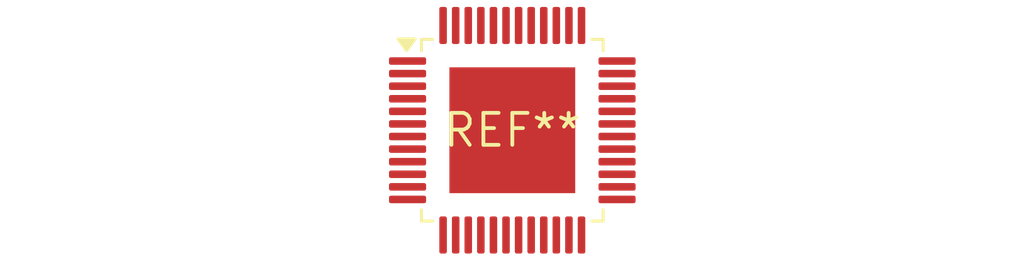
<source format=kicad_pcb>
(kicad_pcb (version 20240108) (generator pcbnew)
  (layers (0 "F.Cu" signal) (31 "B.Cu" signal) (34 "B.Paste" user) (35 "F.Paste" user) (36 "B.SilkS" user "B.Silkscreen") (37 "F.SilkS" user "F.Silkscreen") (38 "B.Mask" user) (39 "F.Mask" user) (44 "Edge.Cuts" user))
  (net 0 "")
  (footprint "TQFP-48-1EP_7x7mm_P0.5mm_EP5x5mm" (layer "F.Cu") (at 0 0)
    (property "Reference" "REF**")
    (property "Value" "TQFP-48-1EP_7x7mm_P0.5mm_EP5x5mm")
    (fp_line (start -3.61 -3.61) (end -3.61 -3.16) (layer "F.SilkS") (stroke (width 0.12)))
    (fp_line (start -3.61 3.61) (end -3.61 3.16) (layer "F.SilkS") (stroke (width 0.12)))
    (fp_line (start -3.16 -3.61) (end -3.61 -3.61) (layer "F.SilkS") (stroke (width 0.12)))
    (fp_line (start -3.16 3.61) (end -3.61 3.61) (layer "F.SilkS") (stroke (width 0.12)))
    (fp_line (start 3.16 -3.61) (end 3.61 -3.61) (layer "F.SilkS") (stroke (width 0.12)))
    (fp_line (start 3.16 3.61) (end 3.61 3.61) (layer "F.SilkS") (stroke (width 0.12)))
    (fp_line (start 3.61 -3.61) (end 3.61 -3.16) (layer "F.SilkS") (stroke (width 0.12)))
    (fp_line (start 3.61 3.61) (end 3.61 3.16) (layer "F.SilkS") (stroke (width 0.12)))
    (fp_poly (pts (xy -4.2 -3.16) (xy -4.54 -3.63) (xy -3.86 -3.63) (xy -4.2 -3.16)) (layer "F.SilkS") (stroke (width 0.12)) (fill solid))
    (pad "1" smd roundrect (at -4.1625 -2.75) (size 1.475 0.3) (layers "F.Cu" "F.Paste" "F.Mask"))
    (pad "2" smd roundrect (at -4.1625 -2.25) (size 1.475 0.3) (layers "F.Cu" "F.Paste" "F.Mask"))
    (pad "3" smd roundrect (at -4.1625 -1.75) (size 1.475 0.3) (layers "F.Cu" "F.Paste" "F.Mask"))
    (pad "4" smd roundrect (at -4.1625 -1.25) (size 1.475 0.3) (layers "F.Cu" "F.Paste" "F.Mask"))
    (pad "5" smd roundrect (at -4.1625 -0.75) (size 1.475 0.3) (layers "F.Cu" "F.Paste" "F.Mask"))
    (pad "6" smd roundrect (at -4.1625 -0.25) (size 1.475 0.3) (layers "F.Cu" "F.Paste" "F.Mask"))
    (pad "7" smd roundrect (at -4.1625 0.25) (size 1.475 0.3) (layers "F.Cu" "F.Paste" "F.Mask"))
    (pad "8" smd roundrect (at -4.1625 0.75) (size 1.475 0.3) (layers "F.Cu" "F.Paste" "F.Mask"))
    (pad "9" smd roundrect (at -4.1625 1.25) (size 1.475 0.3) (layers "F.Cu" "F.Paste" "F.Mask"))
    (pad "10" smd roundrect (at -4.1625 1.75) (size 1.475 0.3) (layers "F.Cu" "F.Paste" "F.Mask"))
    (pad "11" smd roundrect (at -4.1625 2.25) (size 1.475 0.3) (layers "F.Cu" "F.Paste" "F.Mask"))
    (pad "12" smd roundrect (at -4.1625 2.75) (size 1.475 0.3) (layers "F.Cu" "F.Paste" "F.Mask"))
    (pad "13" smd roundrect (at -2.75 4.1625) (size 0.3 1.475) (layers "F.Cu" "F.Paste" "F.Mask"))
    (pad "14" smd roundrect (at -2.25 4.1625) (size 0.3 1.475) (layers "F.Cu" "F.Paste" "F.Mask"))
    (pad "15" smd roundrect (at -1.75 4.1625) (size 0.3 1.475) (layers "F.Cu" "F.Paste" "F.Mask"))
    (pad "16" smd roundrect (at -1.25 4.1625) (size 0.3 1.475) (layers "F.Cu" "F.Paste" "F.Mask"))
    (pad "17" smd roundrect (at -0.75 4.1625) (size 0.3 1.475) (layers "F.Cu" "F.Paste" "F.Mask"))
    (pad "18" smd roundrect (at -0.25 4.1625) (size 0.3 1.475) (layers "F.Cu" "F.Paste" "F.Mask"))
    (pad "19" smd roundrect (at 0.25 4.1625) (size 0.3 1.475) (layers "F.Cu" "F.Paste" "F.Mask"))
    (pad "20" smd roundrect (at 0.75 4.1625) (size 0.3 1.475) (layers "F.Cu" "F.Paste" "F.Mask"))
    (pad "21" smd roundrect (at 1.25 4.1625) (size 0.3 1.475) (layers "F.Cu" "F.Paste" "F.Mask"))
    (pad "22" smd roundrect (at 1.75 4.1625) (size 0.3 1.475) (layers "F.Cu" "F.Paste" "F.Mask"))
    (pad "23" smd roundrect (at 2.25 4.1625) (size 0.3 1.475) (layers "F.Cu" "F.Paste" "F.Mask"))
    (pad "24" smd roundrect (at 2.75 4.1625) (size 0.3 1.475) (layers "F.Cu" "F.Paste" "F.Mask"))
    (pad "25" smd roundrect (at 4.1625 2.75) (size 1.475 0.3) (layers "F.Cu" "F.Paste" "F.Mask"))
    (pad "26" smd roundrect (at 4.1625 2.25) (size 1.475 0.3) (layers "F.Cu" "F.Paste" "F.Mask"))
    (pad "27" smd roundrect (at 4.1625 1.75) (size 1.475 0.3) (layers "F.Cu" "F.Paste" "F.Mask"))
    (pad "28" smd roundrect (at 4.1625 1.25) (size 1.475 0.3) (layers "F.Cu" "F.Paste" "F.Mask"))
    (pad "29" smd roundrect (at 4.1625 0.75) (size 1.475 0.3) (layers "F.Cu" "F.Paste" "F.Mask"))
    (pad "30" smd roundrect (at 4.1625 0.25) (size 1.475 0.3) (layers "F.Cu" "F.Paste" "F.Mask"))
    (pad "31" smd roundrect (at 4.1625 -0.25) (size 1.475 0.3) (layers "F.Cu" "F.Paste" "F.Mask"))
    (pad "32" smd roundrect (at 4.1625 -0.75) (size 1.475 0.3) (layers "F.Cu" "F.Paste" "F.Mask"))
    (pad "33" smd roundrect (at 4.1625 -1.25) (size 1.475 0.3) (layers "F.Cu" "F.Paste" "F.Mask"))
    (pad "34" smd roundrect (at 4.1625 -1.75) (size 1.475 0.3) (layers "F.Cu" "F.Paste" "F.Mask"))
    (pad "35" smd roundrect (at 4.1625 -2.25) (size 1.475 0.3) (layers "F.Cu" "F.Paste" "F.Mask"))
    (pad "36" smd roundrect (at 4.1625 -2.75) (size 1.475 0.3) (layers "F.Cu" "F.Paste" "F.Mask"))
    (pad "37" smd roundrect (at 2.75 -4.1625) (size 0.3 1.475) (layers "F.Cu" "F.Paste" "F.Mask"))
    (pad "38" smd roundrect (at 2.25 -4.1625) (size 0.3 1.475) (layers "F.Cu" "F.Paste" "F.Mask"))
    (pad "39" smd roundrect (at 1.75 -4.1625) (size 0.3 1.475) (layers "F.Cu" "F.Paste" "F.Mask"))
    (pad "40" smd roundrect (at 1.25 -4.1625) (size 0.3 1.475) (layers "F.Cu" "F.Paste" "F.Mask"))
    (pad "41" smd roundrect (at 0.75 -4.1625) (size 0.3 1.475) (layers "F.Cu" "F.Paste" "F.Mask"))
    (pad "42" smd roundrect (at 0.25 -4.1625) (size 0.3 1.475) (layers "F.Cu" "F.Paste" "F.Mask"))
    (pad "43" smd roundrect (at -0.25 -4.1625) (size 0.3 1.475) (layers "F.Cu" "F.Paste" "F.Mask"))
    (pad "44" smd roundrect (at -0.75 -4.1625) (size 0.3 1.475) (layers "F.Cu" "F.Paste" "F.Mask"))
    (pad "45" smd roundrect (at -1.25 -4.1625) (size 0.3 1.475) (layers "F.Cu" "F.Paste" "F.Mask"))
    (pad "46" smd roundrect (at -1.75 -4.1625) (size 0.3 1.475) (layers "F.Cu" "F.Paste" "F.Mask"))
    (pad "47" smd roundrect (at -2.25 -4.1625) (size 0.3 1.475) (layers "F.Cu" "F.Paste" "F.Mask"))
    (pad "48" smd roundrect (at -2.75 -4.1625) (size 0.3 1.475) (layers "F.Cu" "F.Paste" "F.Mask"))
    (pad "49" smd rect (at 0 0) (size 5 5) (property pad_prop_heatsink) (layers "F.Cu" "F.Mask"))
  )
)
</source>
